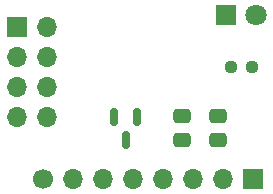
<source format=gbr>
%TF.GenerationSoftware,KiCad,Pcbnew,7.0.2*%
%TF.CreationDate,2023-05-27T23:34:56+02:00*%
%TF.ProjectId,cc1101_pcb,63633131-3031-45f7-9063-622e6b696361,rev?*%
%TF.SameCoordinates,Original*%
%TF.FileFunction,Soldermask,Top*%
%TF.FilePolarity,Negative*%
%FSLAX46Y46*%
G04 Gerber Fmt 4.6, Leading zero omitted, Abs format (unit mm)*
G04 Created by KiCad (PCBNEW 7.0.2) date 2023-05-27 23:34:56*
%MOMM*%
%LPD*%
G01*
G04 APERTURE LIST*
G04 Aperture macros list*
%AMRoundRect*
0 Rectangle with rounded corners*
0 $1 Rounding radius*
0 $2 $3 $4 $5 $6 $7 $8 $9 X,Y pos of 4 corners*
0 Add a 4 corners polygon primitive as box body*
4,1,4,$2,$3,$4,$5,$6,$7,$8,$9,$2,$3,0*
0 Add four circle primitives for the rounded corners*
1,1,$1+$1,$2,$3*
1,1,$1+$1,$4,$5*
1,1,$1+$1,$6,$7*
1,1,$1+$1,$8,$9*
0 Add four rect primitives between the rounded corners*
20,1,$1+$1,$2,$3,$4,$5,0*
20,1,$1+$1,$4,$5,$6,$7,0*
20,1,$1+$1,$6,$7,$8,$9,0*
20,1,$1+$1,$8,$9,$2,$3,0*%
G04 Aperture macros list end*
%ADD10RoundRect,0.237500X0.250000X0.237500X-0.250000X0.237500X-0.250000X-0.237500X0.250000X-0.237500X0*%
%ADD11C,1.700000*%
%ADD12O,1.700000X1.700000*%
%ADD13R,1.700000X1.700000*%
%ADD14RoundRect,0.250000X-0.475000X0.337500X-0.475000X-0.337500X0.475000X-0.337500X0.475000X0.337500X0*%
%ADD15RoundRect,0.150000X-0.150000X0.587500X-0.150000X-0.587500X0.150000X-0.587500X0.150000X0.587500X0*%
%ADD16R,1.800000X1.800000*%
%ADD17C,1.800000*%
G04 APERTURE END LIST*
D10*
%TO.C,R1*%
X55112500Y-87600000D03*
X53287500Y-87600000D03*
%TD*%
D11*
%TO.C,J2*%
X37440000Y-97100000D03*
D12*
X39980000Y-97100000D03*
X42520000Y-97100000D03*
X45060000Y-97100000D03*
X47600000Y-97100000D03*
X50140000Y-97100000D03*
X52680000Y-97100000D03*
D13*
X55220000Y-97100000D03*
%TD*%
D14*
%TO.C,C1*%
X49200000Y-91700000D03*
X49200000Y-93775000D03*
%TD*%
D15*
%TO.C,MCP1700*%
X45350000Y-91862500D03*
X43450000Y-91862500D03*
X44400000Y-93737500D03*
%TD*%
D16*
%TO.C,LED*%
X52860000Y-83200000D03*
D17*
X55400000Y-83200000D03*
%TD*%
D14*
%TO.C,C2*%
X52210000Y-91700000D03*
X52210000Y-93775000D03*
%TD*%
D13*
%TO.C,J3*%
X35160000Y-84180000D03*
D12*
X37700000Y-84180000D03*
X35160000Y-86720000D03*
X37700000Y-86720000D03*
X35160000Y-89260000D03*
X37700000Y-89260000D03*
X35160000Y-91800000D03*
X37700000Y-91800000D03*
%TD*%
M02*

</source>
